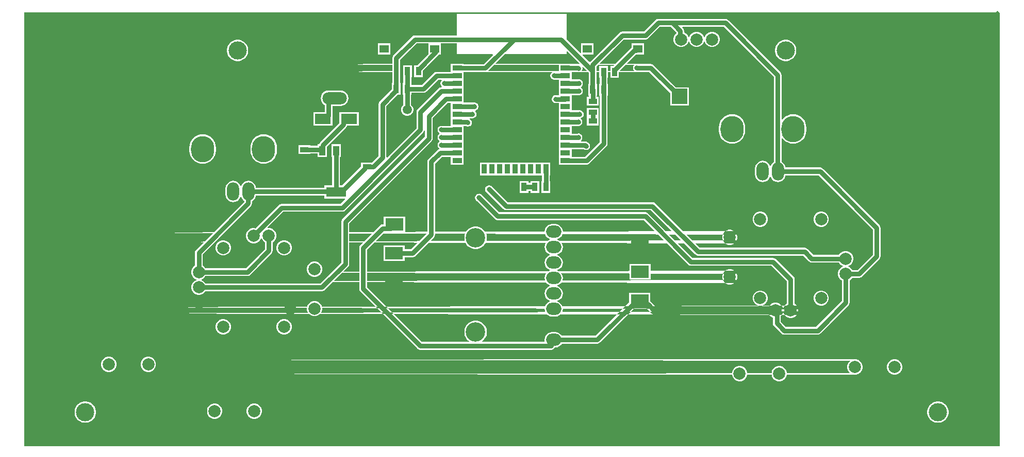
<source format=gtl>
%FSTAX24Y24*%
%MOMM*%
%SFA1B1*%

%IPPOS*%
%ADD10R,1.449997X0.899998*%
%ADD11R,4.799990X4.799990*%
%ADD12R,1.649997X0.899998*%
%ADD13R,0.899998X1.649997*%
%ADD14R,0.899998X1.449997*%
%ADD15R,2.649995X1.749997*%
%ADD16R,3.299993X1.649997*%
%ADD17R,0.999998X1.649997*%
%ADD18R,1.549997X1.299997*%
%ADD19C,0.759998*%
%ADD20O,2.499995X1.999996*%
%ADD21C,3.199994*%
%ADD22C,1.999996*%
%ADD23C,1.999996*%
%ADD24R,2.499995X2.499995*%
%ADD25C,2.499995*%
%ADD26C,1.499997*%
%ADD27O,3.999992X1.999996*%
%ADD28O,1.999996X3.999992*%
%ADD29O,3.809992X4.319991*%
%ADD30O,1.999996X2.999994*%
%ADD31R,2.999994X1.999996*%
%ADD32C,2.999994*%
%ADD33C,0.799998*%
%LNpcb-1*%
%LPD*%
G36*
X1601499Y716399D02*
Y003999D01*
X0*
Y717699*
X1595099*
X1597699Y720299*
X1601499Y716399*
G37*
%LNpcb-2*%
%LPC*%
G36*
X600799Y666399D02*
X580299D01*
Y648299*
X600799*
Y666399*
G37*
G36*
X1251699Y672499D02*
X1248299D01*
X1244899Y671899*
X1241699Y670499*
X1238799Y668599*
X1236399Y666199*
X1234499Y663299*
X1233099Y660099*
X1232499Y656699*
Y653299*
X1233099Y649899*
X1234499Y646699*
X1236399Y643799*
X1238799Y641399*
X1241699Y639499*
X1244899Y638099*
X1248299Y637499*
X1251699*
X1255099Y638099*
X1258299Y639499*
X1261199Y641399*
X1263599Y643799*
X1265499Y646699*
X1266899Y649899*
X1267499Y653299*
Y656699*
X1266899Y660099*
X1265499Y663299*
X1263599Y666199*
X1261199Y668599*
X1258299Y670499*
X1255099Y671899*
X1251699Y672499*
G37*
G36*
X351699D02*
X348299D01*
X344899Y671899*
X341699Y670499*
X338799Y668599*
X336399Y666199*
X334499Y663299*
X333099Y660099*
X332499Y656699*
Y653299*
X333099Y649899*
X334499Y646699*
X336399Y643799*
X338799Y641399*
X341699Y639499*
X344899Y638099*
X348299Y637499*
X351699*
X355099Y638099*
X358299Y639499*
X361199Y641399*
X363599Y643799*
X365499Y646699*
X366899Y649899*
X367499Y653299*
Y656699*
X366899Y660099*
X365499Y663299*
X363599Y666199*
X361199Y668599*
X358299Y670499*
X355099Y671899*
X351699Y672499*
G37*
G36*
X1017799Y666399D02*
X997299D01*
Y659699*
X996499Y659199*
X966899Y629599*
X961999*
Y609999*
X976099*
Y620399*
X1003799Y648099*
X1004899*
X1005499Y648299*
X1017799*
Y666399*
G37*
G36*
X1006699Y632599D02*
X1004999D01*
X10033Y632199*
X1001799Y631299*
X1000599Y630099*
X999699Y628599*
X999299Y626999*
Y625199*
X999699Y623599*
X1000599Y622099*
X1001799Y620899*
X10033Y619999*
X1004999Y619599*
X1006699*
X1006899*
X1026099*
X1060599Y585099*
Y564199*
X1090699*
Y594299*
X1069799*
X1033399Y630699*
X1031299Y632099*
X1028799Y632599*
X1006899*
X1006699*
G37*
G36*
X943199Y560499D02*
X923699D01*
Y546499*
Y545699*
Y531699*
X943199*
Y545699*
Y546499*
Y560499*
G37*
G36*
X519299Y588899D02*
X499299D01*
X495999Y588499*
X492899Y587199*
X490299Y585199*
X488299Y582599*
X487099Y579499*
X486599Y576299*
X487099Y572999*
X488299Y569899*
X490299Y567299*
X492899Y565299*
X493199Y565199*
Y553599*
X474399*
Y530999*
X505999*
Y546599*
X506099Y547199*
Y563599*
X519299*
X522499Y564099*
X525599Y565299*
X528199Y567299*
X530199Y569899*
X531499Y572999*
X531899Y576299*
X531499Y579499*
X530199Y582599*
X528199Y585199*
X525599Y587199*
X522499Y588499*
X519299Y588899*
G37*
G36*
X890299Y714799D02*
X710299D01*
Y679599*
X641399*
X638899Y679099*
X636799Y677699*
X606099Y646999*
X604699Y644899*
X604199Y642399*
Y601599*
X603599*
Y591199*
X583399Y570999*
X581999Y568899*
X581499Y566399*
Y481499*
X570599Y470499*
X563299*
X562699Y470399*
X552799*
Y464099*
X521699Y432999*
X518299*
Y479399*
X519399*
Y500999*
X504299*
Y479399*
X505299*
Y432999*
X492799*
Y428999*
X380299*
X379999Y431199*
X378699Y434199*
X376699Y436899*
X374099Y438899*
X371099Y440099*
X367799Y440599*
X364499Y440099*
X361499Y438899*
X358799Y436899*
X356799Y434199*
X355999Y432299*
X354699*
X353899Y434199*
X351799Y436899*
X349199Y438899*
X346199Y440099*
X3429Y440599*
X339599Y440099*
X336599Y438899*
X333999Y436899*
X331899Y434199*
X330699Y431199*
X330299Y427899*
Y417899*
X330699Y414599*
X331899Y411599*
X333999Y408999*
X336599Y406999*
X339599Y405699*
X3429Y405299*
X346199Y405699*
X349199Y406999*
X351799Y408999*
X353899Y411599*
X354699Y413499*
X355999*
X356799Y411599*
X358799Y408999*
X361099Y407299*
Y405799*
X281799Y326499*
X280399Y324399*
X279899Y321899*
Y300899*
X278699Y300199*
X276399Y297899*
X274699Y294999*
X273799Y291899*
Y288499*
X274699Y285399*
X276399Y282499*
X278699Y280199*
X281499Y278499*
X282199Y278299*
Y277099*
X281499Y276899*
X278699Y275199*
X276399Y272899*
X274699Y269999*
X273799Y266899*
Y263499*
X274699Y260399*
X276399Y257499*
X278699Y255199*
X281499Y253499*
X284699Y252699*
X287999*
X291199Y253499*
X294099Y255199*
X296399Y257499*
X297099Y258699*
X488699*
X491199Y259199*
X493299Y260599*
X531599Y298999*
X532999Y301099*
X533499Y303499*
Y370699*
X668799Y505999*
X670199Y508099*
X670699Y510499*
Y544299*
X695199Y568799*
X699899*
Y555499*
Y542799*
Y530899*
X685899*
X684199*
X682499Y530399*
X680999Y529599*
X679799Y528399*
X678899Y526899*
X678499Y525199*
Y523499*
X678899Y521799*
X679799Y520299*
X680999Y519099*
X681699Y518699*
Y517299*
X680999Y516899*
X679799Y515699*
X678899Y514199*
X678499Y512499*
Y510799*
X678899Y509099*
X679799Y507599*
X680999Y506399*
X681699Y505999*
Y504599*
X680999Y504199*
X679799Y502999*
X678899Y501499*
X678499Y499799*
Y498099*
X678899Y496399*
X679799Y494899*
X680899Y493799*
Y493399*
X680599Y492499*
X680099Y492399*
X677999Y490999*
X663399Y476399*
X661999Y474299*
X661499Y471799*
Y354499*
X634899Y327799*
X624599*
Y333799*
X589499*
Y308799*
X624599*
Y314799*
X637499*
X639999Y315299*
X642099Y316699*
X672599Y347199*
X673999Y349299*
X674499Y351799*
Y469099*
X685299Y479899*
X699899*
Y466599*
X721499*
Y479299*
Y491999*
Y504699*
Y517399*
Y530699*
X724599*
X725699Y530099*
X727299Y529599*
X729099*
X730699Y530099*
X732199Y530899*
X733399Y532199*
X734299Y533599*
X734699Y535299*
Y536999*
X734299Y538699*
X733399Y540199*
X732199Y541399*
X731699Y541699*
Y541799*
X731099Y542099*
X731499Y543399*
X735399*
X736399Y543599*
X736699*
X737299Y543799*
X737899Y543899*
X737999Y543999*
X738299*
X739799Y544899*
X740999Y5461*
X741899Y547599*
X742399Y549299*
Y550999*
X741899Y552699*
X740999Y554199*
X740399Y554799*
X740699Y556299*
X741699Y556499*
X743199Y557399*
X744399Y558599*
X745199Y560099*
X745699Y561699*
Y563499*
X745199Y565099*
X744399Y566599*
X743199Y567799*
X741699Y568699*
X739999Y569199*
X738299*
X737999Y569099*
X721499*
Y580899*
Y593599*
Y606299*
Y619599*
X756899*
X759399Y620099*
X761499Y621499*
X788699Y648699*
X890299*
Y653399*
X891499Y653899*
X912199Y633199*
X911399Y632099*
X909199Y632499*
X898999*
Y633099*
X877399*
Y619899*
X871099*
X870799*
X869099*
X867399Y619499*
X865899Y618599*
X864699Y617399*
X863899Y615899*
X863399Y614299*
Y612499*
X863899Y610899*
X864699Y609399*
X865899Y608199*
X867399Y607299*
X869099Y606899*
X870799*
X870999*
X877399*
Y593599*
Y581399*
X872599*
X872499*
X871599*
X869999Y580999*
X868499Y580099*
X867299Y578899*
X866399Y577399*
X865999Y575699*
Y573999*
X866399Y572299*
X867299Y570899*
X868499Y569599*
X869999Y568799*
X871599Y568299*
X873399*
X873899Y568499*
X877399*
Y555499*
Y542799*
Y530099*
Y517399*
Y504699*
Y491999*
Y479299*
Y466599*
X898999*
Y467199*
X923299*
X925699Y467699*
X927799Y469099*
X955799Y497099*
X957199Y499199*
X957699Y501699*
Y580799*
X958299*
Y600299*
X957699*
Y609999*
X958099*
Y629599*
X943999*
Y609999*
X944799*
Y600299*
X944199*
Y580799*
X944799*
Y504299*
X920599Y480099*
X898999*
Y492599*
X918199*
Y492499*
X919699Y491699*
X921399Y491199*
X923099*
X924799Y491699*
X926299Y492499*
X927499Y493699*
X928299Y495199*
X928799Y496899*
Y498599*
X928299Y500299*
X927499Y501799*
X926299Y502999*
X925799Y503299*
X925399Y503699*
X923299Y505099*
X920799Y505499*
X9144*
X913899Y506799*
X914799Y507699*
X915599Y509199*
X916099Y510899*
Y512599*
X915599Y514199*
X914799Y515699*
X913599Y516999*
X912099Y517799*
X910399Y518299*
X908699*
X908499Y518199*
X898999*
Y530699*
X908299*
X908699Y530599*
X910399*
X912099Y530999*
X913599Y531899*
X914799Y533099*
X915599Y534599*
X916099Y536299*
Y537999*
X915599Y539599*
X914799Y541099*
X913599Y542299*
Y542599*
X913799Y543699*
X9144Y543799*
X915899Y544699*
X917099Y545899*
X917999Y547399*
X918399Y548999*
Y550799*
X917999Y552399*
X917099Y553899*
X915899Y555099*
X9144Y555999*
X912699Y556499*
X910999*
X910699Y556399*
X898999*
Y568199*
Y581499*
X909499*
X909699*
X911499*
X913099Y581899*
X914599Y582799*
X915799Y583999*
X916699Y585499*
X917099Y587099*
Y588899*
X916699Y590499*
X915799Y591999*
X914599Y593199*
X913899Y593599*
Y595099*
X914599Y595499*
X915799Y596699*
X916699Y598199*
X917099Y599799*
Y601599*
X916699Y603199*
X915799Y604699*
X914599Y605899*
X913099Y606799*
X911499Y607199*
X909699*
X909399*
X898999*
Y619599*
X907099*
X907299Y619499*
X908899Y619099*
X910699*
X912299Y619499*
X913799Y620399*
X914999Y621599*
X915899Y623099*
X916299Y624699*
Y626499*
X916099Y627399*
X917199Y628099*
X926799Y618599*
Y600299*
X926199*
Y580799*
X926899*
Y578499*
X923699*
Y564499*
X943199*
Y578499*
X9398*
Y580799*
X940299*
Y600299*
X939699*
Y621199*
Y628299*
X984399Y672999*
X1019799*
X1022299Y673499*
X1024399Y674899*
X1043499Y693899*
X1060899*
X1070499Y684399*
Y683099*
X1068199Y680799*
X1066499Y677899*
X1065699Y674799*
Y671399*
X1066499Y668299*
X1068199Y665399*
X1070499Y663099*
X1073399Y661399*
X1076599Y660599*
X1079899*
X1083099Y661399*
X1085899Y663099*
X1088299Y665399*
X1089899Y668299*
X1090299Y669599*
X1091599*
X1091899Y668299*
X1093599Y665399*
X1095899Y663099*
X1098799Y661399*
X1101999Y660599*
X1105299*
X1108499Y661399*
X1111299Y663099*
X1113699Y665399*
X1115299Y668299*
X1115699Y669599*
X1116999*
X1117299Y668299*
X1118999Y665399*
X1121299Y663099*
X1124199Y661399*
X1127399Y660599*
X1130699*
X1133899Y661399*
X1136699Y663099*
X1139099Y665399*
X1140699Y668299*
X1141599Y671399*
Y674799*
X1140699Y677899*
X1139099Y680799*
X1136699Y683099*
X1133899Y684799*
X1130699Y685599*
X1127399*
X1124199Y684799*
X1121299Y683099*
X1118999Y680799*
X1117299Y677899*
X1116999Y676599*
X1115699*
X1115299Y677899*
X1113699Y680799*
X1111299Y683099*
X1108499Y684799*
X1105299Y685599*
X1101999*
X1098799Y684799*
X1095899Y683099*
X1093599Y680799*
X1091899Y677899*
X1091599Y676599*
X1090299*
X1089899Y677899*
X1088299Y680799*
X1085899Y683099*
X1083499Y684499*
Y686999*
X1082999Y689499*
X1081599Y691599*
X1080399Y692799*
X1080899Y693899*
X1148599*
X1230499Y611999*
Y471599*
X1228299Y4699*
X1226299Y467299*
X1225499Y465299*
X1224099*
X1223299Y467299*
X1221299Y4699*
X1218699Y471899*
X1215599Y473099*
X1212299Y473599*
X1209099Y473099*
X1205999Y471899*
X1203399Y4699*
X1201399Y467299*
X1200099Y464199*
X1199699Y460899*
Y450899*
X1200099Y447699*
X1201399Y444599*
X1203399Y441999*
X1205999Y439999*
X1209099Y438699*
X1212299Y438299*
X1215599Y438699*
X1218699Y439999*
X1221299Y441999*
X1223299Y444599*
X1224099Y446499*
X1225499*
X1226299Y444599*
X1228299Y441999*
X1230899Y439999*
X1233999Y438699*
X1237199Y438299*
X1240499Y438699*
X1243599Y439999*
X1246199Y441999*
X1248199Y444599*
X1249499Y447699*
X1249699Y449499*
X1304099*
X1393099Y360499*
Y318899*
X1367999Y293799*
X1359099*
X1358399Y294999*
X1355999Y297399*
X1353199Y298999*
X1352499Y299199*
Y300499*
X1353199Y300699*
X1355999Y302299*
X1358399Y304699*
X1359999Y307499*
X1360899Y310699*
Y313999*
X1359999Y317199*
X1358399Y320099*
X1355999Y322399*
X1353199Y323999*
X1349999Y324899*
X1346699*
X1343499Y323999*
X1340599Y322399*
X1338299Y320099*
X1337599Y318799*
X1295599*
X1285999Y328399*
X1283899Y329799*
X1281399Y330299*
X1108899*
X1035799Y403399*
X1033699Y404799*
X1031199Y405299*
X793899*
X767799Y431299*
X765699Y432699*
X763299Y433199*
X762299Y432999*
X762199*
X761899Y432899*
X760799Y432699*
X760599Y432599*
X760499*
X759099Y431699*
X757799Y430499*
X756999Y428999*
X756499Y427299*
Y425599*
X756999Y423899*
X757799Y422399*
X759099Y421199*
X760399Y420499*
X786599Y394199*
X788699Y392799*
X791199Y392299*
X1028599*
X1101599Y319299*
X1103699Y317899*
X1106199Y317399*
X1278699*
X1288399Y307799*
X1290499Y306399*
X1292899Y305899*
X1337599*
X1338299Y304699*
X1340599Y302299*
X1343499Y300699*
X1344199Y300499*
Y299199*
X1343499Y298999*
X1340599Y297399*
X1338299Y294999*
X1336599Y292199*
X1335799Y288999*
Y285699*
X1336599Y282499*
X1338299Y279699*
X1340599Y277299*
X1342299Y276399*
Y242699*
X1299699Y200099*
X1250499*
X1241999Y208599*
Y218299*
X1243399Y219699*
X1244999Y222499*
X1245199Y223199*
X1246499*
X1246599Y222499*
X1248299Y219699*
X1250599Y217299*
X1253499Y215699*
X1256699Y214799*
X1259999*
X1263199Y215699*
X1265999Y217299*
X1268399Y219699*
X127Y222499*
X1270899Y225699*
Y228999*
X127Y232199*
X1268399Y235099*
X1265999Y237399*
X1264799Y238099*
Y278399*
X1264299Y280899*
X1262899Y282999*
X1233899Y311899*
X1231799Y313299*
X1229399Y313799*
X1097399*
X1024399Y386799*
X1022299Y388299*
X1019799Y388699*
X779899*
X751299Y417299*
X749199Y418699*
X746799Y419199*
X745799Y418999*
X745699*
X745399*
X744299Y418699*
X744099Y418599*
X743999*
X742499Y417699*
X741299Y416499*
X740499Y414999*
X739999Y413399*
Y411599*
X740499Y409999*
X741299Y408499*
X742499Y407299*
X743799Y406499*
X772699Y377699*
X774799Y376299*
X777199Y375799*
X1017099*
X1090199Y302799*
X1092299Y301399*
X1094699Y300899*
X1226699*
X1251799Y275699*
Y238099*
X1250599Y237399*
X1248299Y235099*
X1246599Y232199*
X1246499Y231499*
X1245199*
X1244999Y232199*
X1243399Y235099*
X1240999Y237399*
X1238199Y238999*
X1234999Y239899*
X1231699*
X1228499Y238999*
X1225599Y237399*
X1223299Y235099*
X1222599Y233799*
X1211199*
X1210999Y235099*
X1213199Y235699*
X1215999Y237299*
X1218399Y239699*
X1219999Y242499*
X1220899Y245699*
Y248999*
X1219999Y252199*
X1218399Y255099*
X1215999Y257399*
X1213199Y258999*
X1209999Y259899*
X1206699*
X1203499Y258999*
X1200599Y257399*
X1198299Y255099*
X1196599Y252199*
X1195799Y248999*
Y245699*
X1196599Y242499*
X1198299Y239699*
X1200599Y237299*
X1203499Y235699*
X1205599Y235099*
X1205399Y233799*
X1036399*
X1028399Y241899*
X1027799Y242299*
Y256099*
X992799*
Y240099*
X938099Y185499*
X882499*
X880699Y187999*
X877999Y189999*
X874999Y191299*
X871699Y191699*
X866699*
X863399Y191299*
X860399Y189999*
X857799Y187999*
X855799Y185399*
X854499Y182299*
X854099Y179099*
X854399Y176699*
X853399Y175399*
X751999*
X751599Y176599*
X752799Y177299*
X755299Y179899*
X757399Y182999*
X758799Y186299*
X759499Y189899*
Y193599*
X758799Y197199*
X757399Y200499*
X755299Y203599*
X752799Y206199*
X749699Y208199*
X746299Y209599*
X742799Y210299*
X739099*
X735499Y209599*
X732199Y208199*
X729099Y206199*
X726499Y203599*
X724499Y200499*
X723099Y197199*
X722399Y193599*
Y189899*
X723099Y186299*
X724499Y182999*
X726499Y179899*
X729099Y177299*
X730199Y176599*
X729899Y175399*
X652899*
X562699Y265599*
Y327499*
X591199Y355999*
X601499*
X602099Y356099*
X625199*
Y381199*
X590099*
Y368899*
X588499*
X585999Y368399*
X583899Y366999*
X551699Y334799*
X550299Y332699*
X549799Y3302*
Y262899*
X550299Y260399*
X551699Y258299*
X645699Y164299*
X647799Y162899*
X650199Y162399*
X864699*
X867199Y162899*
X869299Y164299*
X870699Y166399*
X871699*
X874999Y166799*
X877999Y168099*
X880699Y170099*
X882499Y172599*
X940799*
X943299Y173099*
X945399Y174499*
X1001899Y230999*
X1015899*
X1016499Y230899*
X1021099*
X1029199Y222799*
X1031299Y221399*
X1033799Y220899*
X1222599*
X1223299Y219699*
X1225599Y217299*
X1228499Y215699*
X1229099Y215499*
Y205899*
X1229499Y203399*
X1230999Y201299*
X1243199Y189099*
X1245299Y187699*
X1247799Y187199*
X1302399*
X1304799Y187699*
X1306899Y189099*
X1353299Y235499*
X1354699Y237599*
X1355199Y239999*
Y276799*
X1355999Y277299*
X1358399Y279699*
X1359099Y280899*
X1370699*
X1373099Y281399*
X1375199Y282799*
X1404099Y311699*
X1405499Y313799*
X1405999Y316199*
Y363199*
X1405499Y365699*
X1404099Y367799*
X1311399Y460499*
X1309299Y461899*
X1306799Y462399*
X1249699*
X1249499Y464199*
X1248199Y467299*
X1246199Y4699*
X1243599Y471899*
X1243499*
Y510299*
X1244699Y510699*
X1246999Y507899*
X1250299Y505199*
X1254099Y503199*
X1258099Y501999*
X1262399Y501499*
X1266599Y501999*
X1270699Y503199*
X1274399Y505199*
X1277699Y507899*
X1280399Y511199*
X1282399Y514899*
X1283699Y518999*
X1284099Y523199*
Y528299*
X1283699Y532599*
X1282399Y536599*
X1280399Y540399*
X1277699Y543699*
X1274399Y546399*
X1270699Y548399*
X1266599Y549599*
X1262399Y549999*
X1258099Y549599*
X1254099Y548399*
X1250299Y546399*
X1246999Y543699*
X1244699Y540799*
X1243499Y541299*
Y614699*
X1242999Y617199*
X1241599Y619299*
X1155799Y704999*
X1153699Y706399*
X1151199Y706899*
X1040799*
X1038299Y706399*
X1036199Y704999*
X1017099Y685899*
X981699*
X979199Y685399*
X977099Y683999*
X929199Y636099*
X927599Y635999*
X916499Y647099*
X916999Y648299*
X934799*
Y666399*
X914299*
Y650999*
X913099Y650499*
X890299Y673299*
Y714799*
G37*
G36*
X1162099Y549999D02*
X1157799Y549599D01*
X1153699Y548399*
X1149999Y546399*
X1146699Y543699*
X1143999Y540399*
X1141999Y536599*
X1140799Y532599*
X1140399Y528299*
Y523199*
X1140799Y518999*
X1141999Y514899*
X1143999Y511199*
X1146699Y507899*
X1149999Y505199*
X1153699Y503199*
X1157799Y501999*
X1162099Y501499*
X1166299Y501999*
X1170399Y503199*
X1174099Y505199*
X1177399Y507899*
X1180099Y511199*
X1182099Y514899*
X1183299Y518999*
X1183699Y523199*
Y528299*
X1183299Y532599*
X1182099Y536599*
X1180099Y540399*
X1177399Y543699*
X1174099Y546399*
X1170399Y548399*
X1166299Y549599*
X1162099Y549999*
G37*
G36*
X548999Y553599D02*
X517399D01*
Y537999*
X517299Y537399*
Y535499*
X485499Y503699*
X484099Y501599*
X483999Y500999*
X481399*
Y498199*
X469499*
Y498799*
X449899*
Y484699*
X469499*
Y485199*
X481399*
Y479399*
X496499*
Y490799*
X496599Y491399*
Y496499*
X528399Y528299*
X529799Y530399*
X529899Y530999*
X548999*
Y553599*
G37*
G36*
X392899Y516999D02*
X388699Y516599D01*
X384599Y515299*
X380899Y513299*
X377599Y510599*
X374899Y507399*
X372899Y503599*
X371699Y499499*
X371199Y4953*
Y490199*
X371699Y485999*
X372899Y481899*
X374899Y478199*
X377599Y474899*
X380899Y472199*
X384599Y470199*
X388699Y468899*
X392899Y468499*
X397199Y468899*
X401199Y470199*
X404999Y472199*
X408299Y474899*
X410999Y478199*
X412999Y481899*
X414199Y485999*
X414599Y490199*
Y4953*
X414199Y499499*
X412999Y503599*
X410999Y507399*
X408299Y510599*
X404999Y513299*
X401199Y515299*
X397199Y516599*
X392899Y516999*
G37*
G36*
X292599D02*
X288399Y516599D01*
X284299Y515299*
X280599Y513299*
X277299Y510599*
X274599Y507399*
X272599Y503599*
X271299Y499499*
X270899Y4953*
Y490199*
X271299Y485999*
X272599Y481899*
X274599Y478199*
X277299Y474899*
X280599Y472199*
X284299Y470199*
X288399Y468899*
X292599Y468499*
X296799Y468899*
X300899Y470199*
X304699Y472199*
X307899Y474899*
X310599Y478199*
X312699Y481899*
X313899Y485999*
X314299Y490199*
Y4953*
X313899Y499499*
X312699Y503599*
X310599Y507399*
X307899Y510599*
X304699Y513299*
X300899Y515299*
X296799Y516599*
X292599Y516999*
G37*
G36*
X845199Y440299D02*
X831199D01*
Y436999*
X827499*
Y440299*
X813399*
Y420699*
X827499*
Y424099*
X831199*
Y420699*
X845199*
Y440299*
G37*
G36*
X8636Y470699D02*
X747899D01*
Y449099*
X849899*
Y440299*
X849199*
Y420699*
X863199*
Y440299*
X862899*
Y449099*
X8636*
Y470699*
G37*
G36*
X1309999Y389899D02*
X1306699D01*
X1303499Y388999*
X1300599Y387399*
X1298299Y385099*
X1296599Y382199*
X1295799Y378999*
Y375699*
X1296599Y372499*
X1298299Y369699*
X1300599Y367299*
X1303499Y365699*
X1306699Y364799*
X1309999*
X1313199Y365699*
X1315999Y367299*
X1318399Y369699*
X1319999Y372499*
X1320899Y375699*
Y378999*
X1319999Y382199*
X1318399Y385099*
X1315999Y387399*
X1313199Y388999*
X1309999Y389899*
G37*
G36*
X1209999D02*
X1206699D01*
X1203499Y388999*
X1200599Y387399*
X1198299Y385099*
X1196599Y382199*
X1195799Y378999*
Y375699*
X1196599Y372499*
X1198299Y369699*
X1200599Y367299*
X1203499Y365699*
X1206699Y364799*
X1209999*
X1213199Y365699*
X1215999Y367299*
X1218399Y369699*
X1219999Y372499*
X1220899Y375699*
Y378999*
X1219999Y382199*
X1218399Y385099*
X1215999Y387399*
X1213199Y388999*
X1209999Y389899*
G37*
G36*
X1159999Y359899D02*
X1156699D01*
X1153499Y358999*
X1150599Y357399*
X1148299Y355099*
X1146599Y352199*
X1145799Y348999*
Y345699*
X1146599Y342499*
X1148299Y339699*
X1150599Y337299*
X1153499Y335699*
X1156699Y334799*
X1159999*
X1163199Y335699*
X1165999Y337299*
X11684Y339699*
X1169999Y342499*
X1170899Y345699*
Y348999*
X1169999Y352199*
X11684Y355099*
X1165999Y357399*
X1163199Y358999*
X1159999Y359899*
G37*
G36*
X742799Y365199D02*
X739099D01*
X735499Y364499*
X732199Y363099*
X729099Y361099*
X726499Y358499*
X724499Y355499*
X723099Y352099*
X722399Y348499*
Y344899*
X723099Y341299*
X724499Y337899*
X726499Y334899*
X729099Y332299*
X732199Y330299*
X735499Y328899*
X739099Y328099*
X742799*
X746299Y328899*
X749699Y330299*
X752799Y332299*
X755299Y334899*
X757399Y337899*
X758799Y341299*
X759499Y344899*
Y348499*
X758799Y352099*
X757399Y355499*
X755299Y358499*
X752799Y361099*
X749699Y363099*
X746299Y364499*
X742799Y365199*
G37*
G36*
X1028499Y303399D02*
X993399D01*
Y278299*
X1028499*
Y303399*
G37*
G36*
X1159999Y294899D02*
X1156699D01*
X1153499Y293999*
X1150599Y292399*
X1148299Y289999*
X1146599Y287199*
X1145799Y283999*
Y280699*
X1146599Y277499*
X1148299Y274699*
X1150599Y272299*
X1153499Y270699*
X1156699Y269799*
X1159999*
X1163199Y270699*
X1165999Y272299*
X11684Y274699*
X1169999Y277499*
X1170899Y280699*
Y283999*
X1169999Y287199*
X11684Y289999*
X1165999Y292399*
X1163199Y293999*
X1159999Y294899*
G37*
G36*
X1309999Y259899D02*
X1306699D01*
X1303499Y258999*
X1300599Y257399*
X1298299Y255099*
X1296599Y252199*
X1295799Y248999*
Y245699*
X1296599Y242499*
X1298299Y239699*
X1300599Y237299*
X1303499Y235699*
X1306699Y234799*
X1309999*
X1313199Y235699*
X1315999Y237299*
X1318399Y239699*
X1319999Y242499*
X1320899Y245699*
Y248999*
X1319999Y252199*
X1318399Y255099*
X1315999Y257399*
X1313199Y258999*
X1309999Y259899*
G37*
G36*
X477999Y242699D02*
X474699D01*
X471499Y241899*
X468699Y240199*
X466399Y237899*
X464699Y234999*
X463799Y231899*
Y228499*
X464699Y225399*
X466399Y222499*
X468699Y220199*
X471499Y218499*
X474699Y217699*
X477999*
X481199Y218499*
X484099Y220199*
X486399Y222499*
X488099Y225399*
X488899Y228499*
Y231899*
X488099Y234999*
X486399Y237899*
X484099Y240199*
X481199Y241899*
X477999Y242699*
G37*
G36*
X871699Y369499D02*
X866699D01*
X863399Y369099*
X860399Y367799*
X857799Y365799*
X855799Y363199*
X854499Y360099*
X854099Y356899*
X854499Y353599*
X855799Y350499*
X857799Y347899*
X860399Y345899*
X862899Y344799*
Y343499*
X860399Y342399*
X857799Y340399*
X855799Y337799*
X854499Y334699*
X854099Y331499*
X854499Y328199*
X855799Y325099*
X857799Y322499*
X860399Y320499*
X862899Y319399*
Y318099*
X860399Y316999*
X857799Y314999*
X855799Y312399*
X854499Y309299*
X854099Y305999*
X854499Y302799*
X855799Y299699*
X857799Y297099*
X860399Y295099*
X862899Y293999*
Y292699*
X860399Y291599*
X857799Y289599*
X855799Y286999*
X854499Y283899*
X854099Y280699*
X854499Y277399*
X855799Y274299*
X857799Y271699*
X860399Y269699*
X862899Y268599*
Y267299*
X860399Y266199*
X857799Y264199*
X855799Y261599*
X854499Y258499*
X854099Y255199*
X854499Y251999*
X855799Y248899*
X857799Y246299*
X860399Y244299*
X862899Y243199*
Y241899*
X860399Y240799*
X857799Y238799*
X855799Y236199*
X854499Y233099*
X854099Y229899*
X854499Y226599*
X855799Y223499*
X857799Y220899*
X860399Y218899*
X863399Y217599*
X866699Y217199*
X871699*
X874999Y217599*
X877999Y218899*
X880699Y220899*
X882699Y223499*
X883899Y226599*
X884399Y229899*
X883899Y233099*
X882699Y236199*
X880699Y238799*
X877999Y240799*
X875499Y241899*
Y243199*
X877999Y244299*
X880699Y246299*
X882699Y248899*
X883899Y251999*
X884399Y255199*
X883899Y258499*
X882699Y261599*
X880699Y264199*
X877999Y266199*
X875499Y267299*
Y268599*
X877999Y269699*
X880699Y271699*
X882699Y274299*
X883899Y277399*
X884399Y280699*
X883899Y283899*
X882699Y286999*
X880699Y289599*
X877999Y291599*
X875499Y292699*
Y293999*
X877999Y295099*
X880699Y297099*
X882699Y299699*
X883899Y302799*
X884399Y305999*
X883899Y309299*
X882699Y312399*
X880699Y314999*
X877999Y316999*
X875499Y318099*
Y319399*
X877999Y320499*
X880699Y322499*
X882699Y325099*
X883899Y328199*
X884399Y331499*
X883899Y334699*
X882699Y337799*
X880699Y340399*
X877999Y342399*
X875499Y343499*
Y344799*
X877999Y345899*
X880699Y347899*
X882699Y350499*
X883899Y353599*
X884399Y356899*
X883899Y360099*
X882699Y363199*
X880699Y365799*
X877999Y367799*
X874999Y369099*
X871699Y369499*
G37*
G36*
X427999Y212699D02*
X424699D01*
X421499Y211899*
X418699Y210199*
X416399Y207899*
X414699Y204999*
X413799Y201899*
Y198499*
X414699Y195399*
X416399Y192499*
X418699Y190199*
X421499Y188499*
X424699Y187699*
X427999*
X431199Y188499*
X434099Y190199*
X436399Y192499*
X438099Y195399*
X438899Y198499*
Y201899*
X438099Y204999*
X436399Y207899*
X434099Y210199*
X431199Y211899*
X427999Y212699*
G37*
G36*
X327999D02*
X324699D01*
X321499Y211899*
X318699Y210199*
X316399Y207899*
X314699Y204999*
X313899Y201899*
Y198499*
X314699Y195399*
X316399Y192499*
X318699Y190199*
X321499Y188499*
X324699Y187699*
X327999*
X331199Y188499*
X334099Y190199*
X336399Y192499*
X338099Y195399*
X338899Y198499*
Y201899*
X338099Y204999*
X336399Y207899*
X334099Y210199*
X331199Y211899*
X327999Y212699*
G37*
G36*
X205099Y150999D02*
X201799D01*
X198599Y150099*
X195699Y148499*
X193399Y146099*
X191699Y143299*
X190899Y140099*
Y136799*
X191699Y133599*
X193399Y130699*
X195699Y128399*
X198599Y126699*
X201799Y125899*
X205099*
X208299Y126699*
X211099Y128399*
X213499Y130699*
X215099Y133599*
X215999Y136799*
Y140099*
X215099Y143299*
X213499Y146099*
X211099Y148499*
X208299Y150099*
X205099Y150999*
G37*
G36*
X140099D02*
X136799D01*
X133599Y150099*
X130699Y148499*
X128399Y146099*
X126699Y143299*
X125899Y140099*
Y136799*
X126699Y133599*
X128399Y130699*
X130699Y128399*
X133599Y126699*
X136799Y125899*
X140099*
X143299Y126699*
X146099Y128399*
X148499Y130699*
X150099Y133599*
X150999Y136799*
Y140099*
X150099Y143299*
X148499Y146099*
X146099Y148499*
X143299Y150099*
X140099Y150999*
G37*
G36*
X1430399Y146599D02*
X1427099D01*
X1423899Y145799*
X1421099Y144099*
X1418699Y141799*
X1417099Y138899*
X1416199Y135699*
Y132399*
X1417099Y129199*
X1418699Y126399*
X1421099Y123999*
X1423899Y122399*
X1427099Y121499*
X1430399*
X1433599Y122399*
X1436399Y123999*
X1438799Y126399*
X1440399Y129199*
X1441299Y132399*
Y135699*
X1440399Y138899*
X1438799Y141799*
X1436399Y144099*
X1433599Y145799*
X1430399Y146599*
G37*
G36*
X1365399D02*
X1362099D01*
X13589Y145799*
X1356099Y144099*
X1353699Y141799*
X1352099Y138899*
X1351199Y135699*
Y132399*
X1352099Y129199*
X1353699Y126399*
X1356099Y123999*
X13589Y122399*
X1362099Y121499*
X1365399*
X1368599Y122399*
X1371499Y123999*
X1373799Y126399*
X1375399Y129199*
X1376299Y132399*
Y135699*
X1375399Y138899*
X1373799Y141799*
X1371499Y144099*
X1368599Y145799*
X1365399Y146599*
G37*
G36*
X1241199Y135699D02*
X1237899D01*
X1234699Y134899*
X1231799Y133199*
X1229499Y130899*
X1227799Y127999*
X1226999Y124799*
Y121499*
X1227799Y118299*
X1229499Y115499*
X1231799Y113199*
X1234699Y111499*
X1237899Y110599*
X1241199*
X1244399Y111499*
X1247199Y113199*
X1249599Y115499*
X1251199Y118299*
X1252099Y121499*
Y124799*
X1251199Y127999*
X1249599Y130899*
X1247199Y133199*
X1244399Y134899*
X1241199Y135699*
G37*
G36*
X1176199D02*
X1172899D01*
X1169699Y134899*
X1166799Y133199*
X1164499Y130899*
X1162799Y127999*
X1161999Y124799*
Y121499*
X1162799Y118299*
X1164499Y115499*
X1166799Y113199*
X1169699Y111499*
X1172899Y110599*
X1176199*
X1179399Y111499*
X1182199Y113199*
X1184599Y115499*
X1186199Y118299*
X1187099Y121499*
Y124799*
X1186199Y127999*
X1184599Y130899*
X1182199Y133199*
X1179399Y134899*
X1176199Y135699*
G37*
G36*
X379099Y074199D02*
X375799D01*
X372599Y073399*
X369699Y071699*
X367399Y069399*
X365699Y066499*
X364899Y063299*
Y059999*
X365699Y056799*
X367399Y053999*
X369699Y051599*
X372599Y049999*
X375799Y049099*
X379099*
X382299Y049999*
X385099Y051599*
X387499Y053999*
X389099Y056799*
X389999Y059999*
Y063299*
X389099Y066499*
X387499Y069399*
X385099Y071699*
X382299Y073399*
X379099Y074199*
G37*
G36*
X314099D02*
X310799D01*
X307599Y073399*
X304699Y071699*
X302399Y069399*
X300699Y066499*
X299899Y063299*
Y059999*
X300699Y056799*
X302399Y053999*
X304699Y051599*
X307599Y049999*
X310799Y049099*
X314099*
X317299Y049999*
X320099Y051599*
X322499Y053999*
X324099Y056799*
X324999Y059999*
Y063299*
X324099Y066499*
X322499Y069399*
X320099Y071699*
X317299Y073399*
X314099Y074199*
G37*
G36*
X1501699Y077499D02*
X1498299D01*
X1494899Y076899*
X1491699Y075499*
X1488799Y073599*
X1486399Y071199*
X1484499Y068299*
X1483099Y065099*
X1482499Y061699*
Y058299*
X1483099Y054899*
X1484499Y051699*
X1486399Y048799*
X1488799Y046399*
X1491699Y044499*
X1494899Y043099*
X1498299Y042499*
X1501699*
X1505099Y043099*
X1508299Y044499*
X1511199Y046399*
X1513599Y048799*
X1515499Y051699*
X1516899Y054899*
X1517499Y058299*
Y061699*
X1516899Y065099*
X1515499Y068299*
X1513599Y071199*
X1511199Y073599*
X1508299Y075499*
X1505099Y076899*
X1501699Y077499*
G37*
G36*
X101699D02*
X098299D01*
X094899Y076899*
X091699Y075499*
X088799Y073599*
X086399Y071199*
X084499Y068299*
X083099Y065099*
X082499Y061699*
Y058299*
X083099Y054899*
X084499Y051699*
X086399Y048799*
X088799Y046399*
X091699Y044499*
X094899Y043099*
X098299Y042499*
X101699*
X105099Y043099*
X108299Y044499*
X111199Y046399*
X113599Y048799*
X115499Y051699*
X116899Y054899*
X117499Y058299*
Y061699*
X116899Y065099*
X115499Y068299*
X113599Y071199*
X111199Y073599*
X108299Y075499*
X105099Y076899*
X101699Y077499*
G37*
%LNpcb-3*%
%LPD*%
G36*
X710299Y648699D02*
X768699D01*
X769199Y647499*
X754199Y632499*
X721499*
Y633099*
X699899*
Y619799*
X676899*
X674399Y619399*
X672299Y617999*
X652599Y598299*
X635699*
Y601599*
X635399*
Y611199*
X636099*
Y630799*
X622099*
Y611199*
X622399*
Y601599*
X621599*
Y581999*
X622199*
Y565299*
X620599Y563699*
X619299Y561399*
X618599Y558899*
Y556199*
X619299Y553699*
X620599Y551399*
X622499Y549499*
X624799Y548199*
X627299Y547499*
X629999*
X632499Y548199*
X634799Y549499*
X636699Y551399*
X637999Y553699*
X638699Y556199*
Y558899*
X637999Y561399*
X636699Y563699*
X635099Y565299*
Y581999*
X635699*
Y585299*
X655299*
X657799Y585799*
X659899Y587199*
X679599Y606899*
X684799*
X685299Y605599*
X684399Y604699*
X683499Y603199*
X683099Y601599*
Y599799*
X683499Y598199*
X684399Y596699*
X685399Y595699*
X685099Y594699*
X684899Y594399*
X684499*
X681999Y593999*
X679899Y592599*
X645699Y558299*
X644299Y556199*
X643799Y553699*
Y527199*
X595799Y479199*
X594499Y479699*
Y563699*
X612799Y581999*
X617699*
Y601599*
X617099*
Y639699*
X643999Y666599*
X662099*
X663299Y666399*
Y665399*
Y649099*
X644999Y630799*
X640099*
Y611199*
X654099*
Y621599*
X680199Y6477*
X680599Y648299*
X683799*
Y665399*
Y666399*
X684999Y666599*
X710299*
Y648699*
G37*
G36*
X492799Y411399D02*
X526299D01*
X526799Y410299*
X519299Y402699*
X422399*
X419999Y402199*
X417899Y400799*
X379399Y362399*
X377999Y362699*
X374699*
X371499Y361899*
X368699Y360199*
X366399Y357899*
X364699Y354999*
X363799Y351899*
Y348499*
X364699Y345399*
X366399Y342499*
X368699Y340199*
X371499Y338499*
X374699Y337699*
X377999*
X381199Y338499*
X384099Y340199*
X386399Y342499*
X388099Y345399*
X388299Y345999*
X389499*
X389699Y345399*
X391399Y342499*
X3937Y340199*
X394899Y339499*
Y327899*
X363699Y296699*
X297099*
X296399Y297899*
X294099Y300199*
X292899Y300899*
Y319299*
X372099Y398499*
X373499Y400599*
X373999Y403099*
Y406899*
X374099Y406999*
X376699Y408999*
X378699Y411599*
X379999Y414599*
X380199Y416099*
X492799*
Y411399*
G37*
G36*
X657699Y523099D02*
Y513199D01*
X522499Y377999*
X521099Y375899*
X520599Y373399*
Y306199*
X485999Y271699*
X297099*
X296399Y272899*
X294099Y275199*
X291199Y276899*
X290599Y277099*
Y278299*
X291199Y278499*
X294099Y280199*
X296399Y282499*
X297099Y283699*
X366399*
X368899Y284199*
X370999Y285599*
X405999Y320599*
X407399Y322699*
X407899Y325199*
Y339499*
X409099Y340199*
X411399Y342499*
X413099Y345399*
X413899Y348499*
Y351899*
X413099Y354999*
X411399Y357899*
X409099Y360199*
X406199Y361899*
X402999Y362699*
X399899*
X399399Y363399*
X399099Y363799*
X425099Y389799*
X521999*
X524399Y390299*
X526499Y391699*
X654799Y519899*
X656199Y521999*
X656499Y523299*
X657699Y523099*
G37*
%LNpcb-4*%
%LPC*%
G36*
X327999Y342699D02*
X324699D01*
X321499Y341899*
X318699Y340199*
X316399Y337899*
X314699Y334999*
X313899Y331899*
Y328499*
X314699Y325399*
X316399Y322499*
X318699Y320199*
X321499Y318499*
X324699Y317699*
X327999*
X331199Y318499*
X334099Y320199*
X336399Y322499*
X338099Y325399*
X338899Y328499*
Y331899*
X338099Y334999*
X336399Y337899*
X334099Y340199*
X331199Y341899*
X327999Y342699*
G37*
G36*
X427999D02*
X424699D01*
X421499Y341899*
X418699Y340199*
X416399Y337899*
X414699Y334999*
X413799Y331899*
Y328499*
X414699Y325399*
X416399Y322499*
X418699Y320199*
X421499Y318499*
X424699Y317699*
X427999*
X431199Y318499*
X434099Y320199*
X436399Y322499*
X438099Y325399*
X438899Y328499*
Y331899*
X438099Y334999*
X436399Y337899*
X434099Y340199*
X431199Y341899*
X427999Y342699*
G37*
G36*
X477999Y307699D02*
X474699D01*
X471499Y306899*
X468699Y305199*
X466399Y302899*
X464699Y299999*
X463799Y296899*
Y293499*
X464699Y290399*
X466399Y287499*
X468699Y285199*
X471499Y283499*
X474699Y282699*
X477999*
X481199Y283499*
X484099Y285199*
X486399Y287499*
X488099Y290399*
X488899Y293499*
Y296899*
X488099Y299999*
X486399Y302899*
X484099Y305199*
X481199Y306899*
X477999Y307699*
G37*
%LNpcb-5*%
%LPD*%
G54D10*
X933499Y5207D03*
Y538699D03*
Y553499D03*
Y5715D03*
X562599Y463299D03*
Y481299D03*
X459699Y491699D03*
Y473699D03*
G54D11*
X792499Y565099D03*
G54D12*
X710699Y486399D03*
Y638799D03*
Y626099D03*
Y613399D03*
Y600699D03*
Y587999D03*
Y575299D03*
Y562599D03*
Y549899D03*
Y537199D03*
Y524499D03*
Y511799D03*
Y499099D03*
Y473699D03*
X888199D03*
Y486399D03*
Y499099D03*
Y511799D03*
Y524499D03*
Y537199D03*
Y549899D03*
Y562599D03*
Y575299D03*
Y587999D03*
Y600699D03*
Y613399D03*
Y626099D03*
Y638799D03*
G54D13*
X742299Y459899D03*
X754999D03*
X767699D03*
X780399D03*
X793099D03*
X805799D03*
X818499D03*
X831199D03*
X843899D03*
X856599D03*
G54D14*
X647099Y620999D03*
X629099D03*
X628699Y591799D03*
X610599D03*
X951199Y590599D03*
X933199D03*
X968999Y619799D03*
X950999D03*
X802399Y430499D03*
X820399D03*
X856199D03*
X8382D03*
G54D15*
X533199Y542299D03*
X490199D03*
G54D16*
X511799Y422199D03*
G54D17*
X488899Y490199D03*
X511799D03*
X534699D03*
G54D18*
X1007599Y702299D03*
X924599Y657299D03*
Y702299D03*
X1007599Y657299D03*
X673599Y702299D03*
X590599Y657299D03*
Y702299D03*
X673599Y657299D03*
G54D19*
X511499Y422599D02*
X511799Y422899D01*
Y490199*
X710699Y537199D02*
X727099D01*
X728099Y536199*
X728199*
X710699Y549899D02*
X735399D01*
X735699Y550099*
X735799*
X746799Y412799D02*
X777199Y382299D01*
X763299Y426699D02*
X791199Y398799D01*
X777199Y382299D02*
X1019799D01*
X1094699Y307299*
X1229399*
X1106199Y323799D02*
X1281399D01*
X1031199Y398799D02*
X1106199Y323799D01*
X791199Y398799D02*
X1031199D01*
X1229399Y307299D02*
X1258299Y278399D01*
Y227399D02*
Y278399D01*
X1348699Y239999D02*
Y286899D01*
X1348299Y287399D02*
X1348699Y286899D01*
X1302399Y193699D02*
X1348699Y239999D01*
X1247799Y193699D02*
X1302399D01*
X1235499Y205899D02*
X1247799Y193699D01*
X1235499Y205899D02*
Y225099D01*
X1233299Y227399D02*
X1235499Y225099D01*
X1281399Y323799D02*
X1292899Y312399D01*
X1348299*
X869199Y179099D02*
X940799D01*
X1005299Y243499*
X864699Y174599D02*
X869199Y179099D01*
X864699Y168899D02*
Y174599D01*
X650199Y168899D02*
X864699D01*
X556299Y262899D02*
X650199Y168899D01*
X869999Y613399D02*
D01*
X888199D02*
D01*
X869999D02*
X888199D01*
X710699Y562599D02*
X739099D01*
X710699D02*
D01*
X739099D02*
D01*
X422399Y396199D02*
X521999D01*
X650199Y524499*
X684499Y587999D02*
X710699D01*
X650199Y553699D02*
X684499Y587999D01*
X650199Y524499D02*
Y553699D01*
X664199Y546999D02*
X692499Y575299D01*
X664199Y510499D02*
Y546999D01*
X692499Y575299D02*
X710699D01*
X587999Y478799D02*
Y566399D01*
X610599Y589099*
X563299Y463999D02*
X573199D01*
X587999Y478799*
X562599Y463299D02*
X563299Y463999D01*
X376399Y350199D02*
X422399Y396199D01*
X527099Y373399D02*
X664199Y510499D01*
X527099Y303499D02*
Y373399D01*
X286399Y265199D02*
X488699D01*
X527099Y303499*
X601499Y362399D02*
X607699Y368599D01*
X556299Y262899D02*
Y3302D01*
X588499Y362399D02*
X601499D01*
X556299Y3302D02*
X588499Y362399D01*
X367499Y422699D02*
X367799Y422899D01*
X286399Y321899D02*
X367499Y403099D01*
X286399Y290199D02*
Y321899D01*
X367499Y403099D02*
Y422699D01*
X689599Y600699D02*
X710699D01*
X689599D02*
D01*
X710699D02*
D01*
X684999Y498999D02*
X685099D01*
X710699D02*
Y499099D01*
X685099Y498999D02*
X710699D01*
X685099Y511699D02*
X710699D01*
Y511799*
X684999Y511699D02*
X685099D01*
X710699Y524399D02*
Y524499D01*
X685099Y524399D02*
X710699D01*
X684999D02*
X685099D01*
X682599Y486399D02*
X710699D01*
X667999Y351799D02*
Y471799D01*
X682599Y486399*
X637499Y321299D02*
X667999Y351799D01*
X607099Y321299D02*
X637499D01*
X888199Y549899D02*
D01*
X911799*
X911899*
X888299Y537099D02*
X909499D01*
X888199Y537199D02*
X888299Y537099D01*
X909499D02*
X909599D01*
X888299Y511699D02*
X909499D01*
X909599*
X888199Y511799D02*
X888299Y511699D01*
X922099Y497799D02*
X922299D01*
X888199Y499099D02*
X920799D01*
X922099Y497799*
X872599Y574899D02*
X887899D01*
X888199Y575299*
X872499Y574899D02*
X872599D01*
X368099Y422599D02*
X511499D01*
X401399Y325199D02*
Y350199D01*
X286399Y290199D02*
X366399D01*
X401399Y325199*
X1005299Y243499D02*
X1010299D01*
X1016499Y237299*
X1033799Y227399D02*
X1233299D01*
X1016499Y237299D02*
X1023799D01*
X1033799Y227399*
X1348299Y287399D02*
X1370699D01*
X1399499Y316199D02*
Y363199D01*
X1370699Y287399D02*
X1399499Y316199D01*
X1237199Y455899D02*
X1306799D01*
X1399499Y363199*
X1063599Y700399D02*
X1151199D01*
X1236999Y456199D02*
Y614699D01*
X1151199Y700399D02*
X1236999Y614699D01*
Y456199D02*
X1237199Y455899D01*
X511799Y422199D02*
X520099D01*
X511499Y422599D02*
X511799Y422199D01*
X367799Y422899D02*
X368099Y422599D01*
X559899Y463299D02*
X562599D01*
X981699Y679399D02*
X1019799D01*
X933199Y621199D02*
Y630999D01*
X981699Y679399*
X1076999Y674299D02*
Y686999D01*
X1040799Y700399D02*
X1063599D01*
X1076999Y674299D02*
X1078199Y6731D01*
X1063599Y700399D02*
X1076999Y686999D01*
X1005799Y626099D02*
X1028799D01*
X1075699Y579199*
X909199Y626099D02*
X909699Y625599D01*
X888199Y626099D02*
X909199D01*
X909699Y625599D02*
X909799D01*
X881399Y6731D02*
X933199Y621199D01*
X803899Y6731D02*
X881399D01*
X933199Y590599D02*
Y621199D01*
X910599Y587999D02*
D01*
X888199D02*
D01*
X910599*
X888199Y600699D02*
X910599D01*
X888199D02*
D01*
X1019799Y679399D02*
X1040799Y700399D01*
X610599Y642399D02*
X641399Y6731D01*
X803899*
X951199Y501699D02*
Y590599D01*
X923299Y473699D02*
X951199Y501699D01*
X888199Y473699D02*
X923299D01*
X933299Y571599D02*
Y590399D01*
X933199Y590599D02*
X933299Y590399D01*
Y571599D02*
X933499Y5715D01*
Y538699D02*
Y553499D01*
X756899Y626099D02*
X803899Y6731D01*
X710699Y626099D02*
X756899D01*
X610599Y591799D02*
Y642399D01*
Y589099D02*
Y591799D01*
X628699Y557499D02*
Y591799D01*
X655299D02*
X676899Y613399D01*
X628699Y591799D02*
X655299D01*
X676899Y613399D02*
X710699D01*
X675599Y652299D02*
Y657899D01*
X1004899Y654599D02*
X1007599Y657299D01*
X968999Y619799D02*
Y622499D01*
X1001099Y654599*
X1004899*
X647099Y623799D02*
X675599Y652299D01*
X647099Y620999D02*
Y623799D01*
X628899Y617999D02*
X629099Y618299D01*
X628699Y591799D02*
X628899Y591999D01*
Y617999*
X629099Y618299D02*
Y620999D01*
X820399Y430499D02*
X8382D01*
X856399Y430699D02*
Y459699D01*
X856199Y430499D02*
X856399Y430699D01*
Y459699D02*
X856599Y459899D01*
X951199Y590599D02*
Y615699D01*
X520099Y422199D02*
X559199Y461299D01*
Y462599*
X559899Y463299*
X459699Y491699D02*
X487699D01*
X488899Y490499*
Y490199D02*
Y490499D01*
X490099Y499199D02*
X523799Y532799D01*
Y537399*
X490099Y491399D02*
Y499199D01*
X523799Y537399D02*
X528699Y542299D01*
X533199*
X488899Y490199D02*
X490099Y491399D01*
X499699Y547199D02*
Y570599D01*
X494699Y542299D02*
X499699Y547199D01*
X490199Y542299D02*
X494699D01*
X505399Y576299D02*
X509299D01*
X499699Y570599D02*
X505399Y576299D01*
G54D20*
X869199Y179099D03*
Y204399D03*
Y229899D03*
Y255199D03*
Y280699D03*
Y305999D03*
Y331499D03*
Y356899D03*
G54D21*
X740899Y191699D03*
Y346699D03*
G54D22*
X1348299Y287399D03*
X1158299Y347399D03*
X1348299Y312399D03*
X1198299Y282399D03*
X1158299D03*
X1198299Y347399D03*
X1308299Y247399D03*
X1208299D03*
X1308299Y377399D03*
X1208299D03*
X1233299Y227399D03*
X1258299D03*
X1283299D03*
X1348299Y337399D03*
X1052799Y6731D03*
X1078199D03*
X1103599D03*
X1128999D03*
X286399Y290199D03*
X476399Y230199D03*
X286399Y265199D03*
X436399Y295199D03*
X476399D03*
X436399Y230199D03*
X326399Y3302D03*
X426399D03*
X326399Y200199D03*
X426399D03*
X401399Y350199D03*
X376399D03*
X351399D03*
X286399Y240199D03*
G54D23*
X138399Y183399D03*
X203399D03*
Y138399D03*
X138399D03*
X312399Y106699D03*
X377399D03*
Y061699D03*
X312399D03*
X1363799Y179099D03*
X1428799D03*
Y134099D03*
X1363799D03*
X1239499Y078199D03*
X1174499D03*
Y123199D03*
X1239499D03*
G54D24*
X1075699Y579199D03*
G54D25*
X1075699Y505499D03*
G54D26*
X628699Y557499D03*
Y539699D03*
G54D27*
X509299Y576299D03*
Y636299D03*
G54D28*
X458299Y609299D03*
G54D29*
X392899Y492799D03*
X292599D03*
X1262399Y525799D03*
X1162099D03*
G54D30*
X367799Y422899D03*
X3429D03*
X317999D03*
X1237199Y455899D03*
X1212299D03*
X1187499D03*
G54D31*
X1010299Y243499D03*
X1010899Y290799D03*
Y337799D03*
X607699Y368599D03*
X607099Y321299D03*
Y274299D03*
G54D32*
X349999Y654999D03*
X1249999D03*
X099999Y059999D03*
X1499999D03*
G54D33*
X728199Y536199D03*
X735799Y550099D03*
X746599Y412499D03*
X763099Y426499D03*
X869999Y613399D03*
X739099Y562599D03*
X689599Y600699D03*
X684999Y498999D03*
Y511699D03*
Y524399D03*
X922299Y497799D03*
X909599Y537099D03*
Y511699D03*
X911899Y549899D03*
X872499Y574899D03*
X1005799Y626099D03*
X909799Y625599D03*
X910599Y587999D03*
Y600699D03*
M02*
</source>
